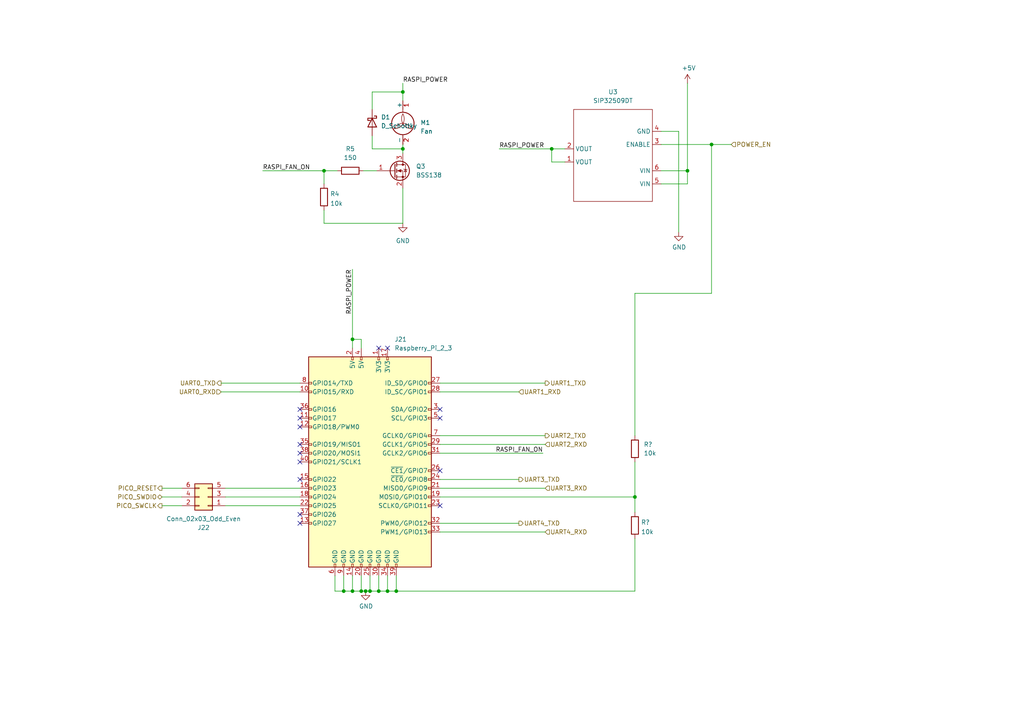
<source format=kicad_sch>
(kicad_sch (version 20211123) (generator eeschema)

  (uuid 3f1ab70d-3263-42b5-9c61-0360188ff2b7)

  (paper "A4")

  (lib_symbols
    (symbol "Connector:Raspberry_Pi_2_3" (pin_names (offset 1.016)) (in_bom yes) (on_board yes)
      (property "Reference" "J" (id 0) (at -17.78 31.75 0)
        (effects (font (size 1.27 1.27)) (justify left bottom))
      )
      (property "Value" "Raspberry_Pi_2_3" (id 1) (at 10.16 -31.75 0)
        (effects (font (size 1.27 1.27)) (justify left top))
      )
      (property "Footprint" "" (id 2) (at 0 0 0)
        (effects (font (size 1.27 1.27)) hide)
      )
      (property "Datasheet" "https://www.raspberrypi.org/documentation/hardware/raspberrypi/schematics/rpi_SCH_3bplus_1p0_reduced.pdf" (id 3) (at 0 0 0)
        (effects (font (size 1.27 1.27)) hide)
      )
      (property "ki_keywords" "raspberrypi gpio" (id 4) (at 0 0 0)
        (effects (font (size 1.27 1.27)) hide)
      )
      (property "ki_description" "expansion header for Raspberry Pi 2 & 3" (id 5) (at 0 0 0)
        (effects (font (size 1.27 1.27)) hide)
      )
      (property "ki_fp_filters" "PinHeader*2x20*P2.54mm*Vertical* PinSocket*2x20*P2.54mm*Vertical*" (id 6) (at 0 0 0)
        (effects (font (size 1.27 1.27)) hide)
      )
      (symbol "Raspberry_Pi_2_3_0_1"
        (rectangle (start -17.78 30.48) (end 17.78 -30.48)
          (stroke (width 0.254) (type default) (color 0 0 0 0))
          (fill (type background))
        )
      )
      (symbol "Raspberry_Pi_2_3_1_1"
        (rectangle (start -16.891 -17.526) (end -17.78 -18.034)
          (stroke (width 0) (type default) (color 0 0 0 0))
          (fill (type none))
        )
        (rectangle (start -16.891 -14.986) (end -17.78 -15.494)
          (stroke (width 0) (type default) (color 0 0 0 0))
          (fill (type none))
        )
        (rectangle (start -16.891 -12.446) (end -17.78 -12.954)
          (stroke (width 0) (type default) (color 0 0 0 0))
          (fill (type none))
        )
        (rectangle (start -16.891 -9.906) (end -17.78 -10.414)
          (stroke (width 0) (type default) (color 0 0 0 0))
          (fill (type none))
        )
        (rectangle (start -16.891 -7.366) (end -17.78 -7.874)
          (stroke (width 0) (type default) (color 0 0 0 0))
          (fill (type none))
        )
        (rectangle (start -16.891 -4.826) (end -17.78 -5.334)
          (stroke (width 0) (type default) (color 0 0 0 0))
          (fill (type none))
        )
        (rectangle (start -16.891 0.254) (end -17.78 -0.254)
          (stroke (width 0) (type default) (color 0 0 0 0))
          (fill (type none))
        )
        (rectangle (start -16.891 2.794) (end -17.78 2.286)
          (stroke (width 0) (type default) (color 0 0 0 0))
          (fill (type none))
        )
        (rectangle (start -16.891 5.334) (end -17.78 4.826)
          (stroke (width 0) (type default) (color 0 0 0 0))
          (fill (type none))
        )
        (rectangle (start -16.891 10.414) (end -17.78 9.906)
          (stroke (width 0) (type default) (color 0 0 0 0))
          (fill (type none))
        )
        (rectangle (start -16.891 12.954) (end -17.78 12.446)
          (stroke (width 0) (type default) (color 0 0 0 0))
          (fill (type none))
        )
        (rectangle (start -16.891 15.494) (end -17.78 14.986)
          (stroke (width 0) (type default) (color 0 0 0 0))
          (fill (type none))
        )
        (rectangle (start -16.891 20.574) (end -17.78 20.066)
          (stroke (width 0) (type default) (color 0 0 0 0))
          (fill (type none))
        )
        (rectangle (start -16.891 23.114) (end -17.78 22.606)
          (stroke (width 0) (type default) (color 0 0 0 0))
          (fill (type none))
        )
        (rectangle (start -10.414 -29.591) (end -9.906 -30.48)
          (stroke (width 0) (type default) (color 0 0 0 0))
          (fill (type none))
        )
        (rectangle (start -7.874 -29.591) (end -7.366 -30.48)
          (stroke (width 0) (type default) (color 0 0 0 0))
          (fill (type none))
        )
        (rectangle (start -5.334 -29.591) (end -4.826 -30.48)
          (stroke (width 0) (type default) (color 0 0 0 0))
          (fill (type none))
        )
        (rectangle (start -5.334 30.48) (end -4.826 29.591)
          (stroke (width 0) (type default) (color 0 0 0 0))
          (fill (type none))
        )
        (rectangle (start -2.794 -29.591) (end -2.286 -30.48)
          (stroke (width 0) (type default) (color 0 0 0 0))
          (fill (type none))
        )
        (rectangle (start -2.794 30.48) (end -2.286 29.591)
          (stroke (width 0) (type default) (color 0 0 0 0))
          (fill (type none))
        )
        (rectangle (start -0.254 -29.591) (end 0.254 -30.48)
          (stroke (width 0) (type default) (color 0 0 0 0))
          (fill (type none))
        )
        (rectangle (start 2.286 -29.591) (end 2.794 -30.48)
          (stroke (width 0) (type default) (color 0 0 0 0))
          (fill (type none))
        )
        (rectangle (start 2.286 30.48) (end 2.794 29.591)
          (stroke (width 0) (type default) (color 0 0 0 0))
          (fill (type none))
        )
        (rectangle (start 4.826 -29.591) (end 5.334 -30.48)
          (stroke (width 0) (type default) (color 0 0 0 0))
          (fill (type none))
        )
        (rectangle (start 4.826 30.48) (end 5.334 29.591)
          (stroke (width 0) (type default) (color 0 0 0 0))
          (fill (type none))
        )
        (rectangle (start 7.366 -29.591) (end 7.874 -30.48)
          (stroke (width 0) (type default) (color 0 0 0 0))
          (fill (type none))
        )
        (rectangle (start 17.78 -20.066) (end 16.891 -20.574)
          (stroke (width 0) (type default) (color 0 0 0 0))
          (fill (type none))
        )
        (rectangle (start 17.78 -17.526) (end 16.891 -18.034)
          (stroke (width 0) (type default) (color 0 0 0 0))
          (fill (type none))
        )
        (rectangle (start 17.78 -12.446) (end 16.891 -12.954)
          (stroke (width 0) (type default) (color 0 0 0 0))
          (fill (type none))
        )
        (rectangle (start 17.78 -9.906) (end 16.891 -10.414)
          (stroke (width 0) (type default) (color 0 0 0 0))
          (fill (type none))
        )
        (rectangle (start 17.78 -7.366) (end 16.891 -7.874)
          (stroke (width 0) (type default) (color 0 0 0 0))
          (fill (type none))
        )
        (rectangle (start 17.78 -4.826) (end 16.891 -5.334)
          (stroke (width 0) (type default) (color 0 0 0 0))
          (fill (type none))
        )
        (rectangle (start 17.78 -2.286) (end 16.891 -2.794)
          (stroke (width 0) (type default) (color 0 0 0 0))
          (fill (type none))
        )
        (rectangle (start 17.78 2.794) (end 16.891 2.286)
          (stroke (width 0) (type default) (color 0 0 0 0))
          (fill (type none))
        )
        (rectangle (start 17.78 5.334) (end 16.891 4.826)
          (stroke (width 0) (type default) (color 0 0 0 0))
          (fill (type none))
        )
        (rectangle (start 17.78 7.874) (end 16.891 7.366)
          (stroke (width 0) (type default) (color 0 0 0 0))
          (fill (type none))
        )
        (rectangle (start 17.78 12.954) (end 16.891 12.446)
          (stroke (width 0) (type default) (color 0 0 0 0))
          (fill (type none))
        )
        (rectangle (start 17.78 15.494) (end 16.891 14.986)
          (stroke (width 0) (type default) (color 0 0 0 0))
          (fill (type none))
        )
        (rectangle (start 17.78 20.574) (end 16.891 20.066)
          (stroke (width 0) (type default) (color 0 0 0 0))
          (fill (type none))
        )
        (rectangle (start 17.78 23.114) (end 16.891 22.606)
          (stroke (width 0) (type default) (color 0 0 0 0))
          (fill (type none))
        )
        (pin power_in line (at 2.54 33.02 270) (length 2.54)
          (name "3V3" (effects (font (size 1.27 1.27))))
          (number "1" (effects (font (size 1.27 1.27))))
        )
        (pin bidirectional line (at -20.32 20.32 0) (length 2.54)
          (name "GPIO15/RXD" (effects (font (size 1.27 1.27))))
          (number "10" (effects (font (size 1.27 1.27))))
        )
        (pin bidirectional line (at -20.32 12.7 0) (length 2.54)
          (name "GPIO17" (effects (font (size 1.27 1.27))))
          (number "11" (effects (font (size 1.27 1.27))))
        )
        (pin bidirectional line (at -20.32 10.16 0) (length 2.54)
          (name "GPIO18/PWM0" (effects (font (size 1.27 1.27))))
          (number "12" (effects (font (size 1.27 1.27))))
        )
        (pin bidirectional line (at -20.32 -17.78 0) (length 2.54)
          (name "GPIO27" (effects (font (size 1.27 1.27))))
          (number "13" (effects (font (size 1.27 1.27))))
        )
        (pin power_in line (at -5.08 -33.02 90) (length 2.54)
          (name "GND" (effects (font (size 1.27 1.27))))
          (number "14" (effects (font (size 1.27 1.27))))
        )
        (pin bidirectional line (at -20.32 -5.08 0) (length 2.54)
          (name "GPIO22" (effects (font (size 1.27 1.27))))
          (number "15" (effects (font (size 1.27 1.27))))
        )
        (pin bidirectional line (at -20.32 -7.62 0) (length 2.54)
          (name "GPIO23" (effects (font (size 1.27 1.27))))
          (number "16" (effects (font (size 1.27 1.27))))
        )
        (pin power_in line (at 5.08 33.02 270) (length 2.54)
          (name "3V3" (effects (font (size 1.27 1.27))))
          (number "17" (effects (font (size 1.27 1.27))))
        )
        (pin bidirectional line (at -20.32 -10.16 0) (length 2.54)
          (name "GPIO24" (effects (font (size 1.27 1.27))))
          (number "18" (effects (font (size 1.27 1.27))))
        )
        (pin bidirectional line (at 20.32 -10.16 180) (length 2.54)
          (name "MOSI0/GPIO10" (effects (font (size 1.27 1.27))))
          (number "19" (effects (font (size 1.27 1.27))))
        )
        (pin power_in line (at -5.08 33.02 270) (length 2.54)
          (name "5V" (effects (font (size 1.27 1.27))))
          (number "2" (effects (font (size 1.27 1.27))))
        )
        (pin power_in line (at -2.54 -33.02 90) (length 2.54)
          (name "GND" (effects (font (size 1.27 1.27))))
          (number "20" (effects (font (size 1.27 1.27))))
        )
        (pin bidirectional line (at 20.32 -7.62 180) (length 2.54)
          (name "MISO0/GPIO9" (effects (font (size 1.27 1.27))))
          (number "21" (effects (font (size 1.27 1.27))))
        )
        (pin bidirectional line (at -20.32 -12.7 0) (length 2.54)
          (name "GPIO25" (effects (font (size 1.27 1.27))))
          (number "22" (effects (font (size 1.27 1.27))))
        )
        (pin bidirectional line (at 20.32 -12.7 180) (length 2.54)
          (name "SCLK0/GPIO11" (effects (font (size 1.27 1.27))))
          (number "23" (effects (font (size 1.27 1.27))))
        )
        (pin bidirectional line (at 20.32 -5.08 180) (length 2.54)
          (name "~{CE0}/GPIO8" (effects (font (size 1.27 1.27))))
          (number "24" (effects (font (size 1.27 1.27))))
        )
        (pin power_in line (at 0 -33.02 90) (length 2.54)
          (name "GND" (effects (font (size 1.27 1.27))))
          (number "25" (effects (font (size 1.27 1.27))))
        )
        (pin bidirectional line (at 20.32 -2.54 180) (length 2.54)
          (name "~{CE1}/GPIO7" (effects (font (size 1.27 1.27))))
          (number "26" (effects (font (size 1.27 1.27))))
        )
        (pin bidirectional line (at 20.32 22.86 180) (length 2.54)
          (name "ID_SD/GPIO0" (effects (font (size 1.27 1.27))))
          (number "27" (effects (font (size 1.27 1.27))))
        )
        (pin bidirectional line (at 20.32 20.32 180) (length 2.54)
          (name "ID_SC/GPIO1" (effects (font (size 1.27 1.27))))
          (number "28" (effects (font (size 1.27 1.27))))
        )
        (pin bidirectional line (at 20.32 5.08 180) (length 2.54)
          (name "GCLK1/GPIO5" (effects (font (size 1.27 1.27))))
          (number "29" (effects (font (size 1.27 1.27))))
        )
        (pin bidirectional line (at 20.32 15.24 180) (length 2.54)
          (name "SDA/GPIO2" (effects (font (size 1.27 1.27))))
          (number "3" (effects (font (size 1.27 1.27))))
        )
        (pin power_in line (at 2.54 -33.02 90) (length 2.54)
          (name "GND" (effects (font (size 1.27 1.27))))
          (number "30" (effects (font (size 1.27 1.27))))
        )
        (pin bidirectional line (at 20.32 2.54 180) (length 2.54)
          (name "GCLK2/GPIO6" (effects (font (size 1.27 1.27))))
          (number "31" (effects (font (size 1.27 1.27))))
        )
        (pin bidirectional line (at 20.32 -17.78 180) (length 2.54)
          (name "PWM0/GPIO12" (effects (font (size 1.27 1.27))))
          (number "32" (effects (font (size 1.27 1.27))))
        )
        (pin bidirectional line (at 20.32 -20.32 180) (length 2.54)
          (name "PWM1/GPIO13" (effects (font (size 1.27 1.27))))
          (number "33" (effects (font (size 1.27 1.27))))
        )
        (pin power_in line (at 5.08 -33.02 90) (length 2.54)
          (name "GND" (effects (font (size 1.27 1.27))))
          (number "34" (effects (font (size 1.27 1.27))))
        )
        (pin bidirectional line (at -20.32 5.08 0) (length 2.54)
          (name "GPIO19/MISO1" (effects (font (size 1.27 1.27))))
          (number "35" (effects (font (size 1.27 1.27))))
        )
        (pin bidirectional line (at -20.32 15.24 0) (length 2.54)
          (name "GPIO16" (effects (font (size 1.27 1.27))))
          (number "36" (effects (font (size 1.27 1.27))))
        )
        (pin bidirectional line (at -20.32 -15.24 0) (length 2.54)
          (name "GPIO26" (effects (font (size 1.27 1.27))))
          (number "37" (effects (font (size 1.27 1.27))))
        )
        (pin bidirectional line (at -20.32 2.54 0) (length 2.54)
          (name "GPIO20/MOSI1" (effects (font (size 1.27 1.27))))
          (number "38" (effects (font (size 1.27 1.27))))
        )
        (pin power_in line (at 7.62 -33.02 90) (length 2.54)
          (name "GND" (effects (font (size 1.27 1.27))))
          (number "39" (effects (font (size 1.27 1.27))))
        )
        (pin power_in line (at -2.54 33.02 270) (length 2.54)
          (name "5V" (effects (font (size 1.27 1.27))))
          (number "4" (effects (font (size 1.27 1.27))))
        )
        (pin bidirectional line (at -20.32 0 0) (length 2.54)
          (name "GPIO21/SCLK1" (effects (font (size 1.27 1.27))))
          (number "40" (effects (font (size 1.27 1.27))))
        )
        (pin bidirectional line (at 20.32 12.7 180) (length 2.54)
          (name "SCL/GPIO3" (effects (font (size 1.27 1.27))))
          (number "5" (effects (font (size 1.27 1.27))))
        )
        (pin power_in line (at -10.16 -33.02 90) (length 2.54)
          (name "GND" (effects (font (size 1.27 1.27))))
          (number "6" (effects (font (size 1.27 1.27))))
        )
        (pin bidirectional line (at 20.32 7.62 180) (length 2.54)
          (name "GCLK0/GPIO4" (effects (font (size 1.27 1.27))))
          (number "7" (effects (font (size 1.27 1.27))))
        )
        (pin bidirectional line (at -20.32 22.86 0) (length 2.54)
          (name "GPIO14/TXD" (effects (font (size 1.27 1.27))))
          (number "8" (effects (font (size 1.27 1.27))))
        )
        (pin power_in line (at -7.62 -33.02 90) (length 2.54)
          (name "GND" (effects (font (size 1.27 1.27))))
          (number "9" (effects (font (size 1.27 1.27))))
        )
      )
    )
    (symbol "Connector_Generic:Conn_02x03_Odd_Even" (pin_names (offset 1.016) hide) (in_bom yes) (on_board yes)
      (property "Reference" "J" (id 0) (at 1.27 5.08 0)
        (effects (font (size 1.27 1.27)))
      )
      (property "Value" "Conn_02x03_Odd_Even" (id 1) (at 1.27 -5.08 0)
        (effects (font (size 1.27 1.27)))
      )
      (property "Footprint" "" (id 2) (at 0 0 0)
        (effects (font (size 1.27 1.27)) hide)
      )
      (property "Datasheet" "~" (id 3) (at 0 0 0)
        (effects (font (size 1.27 1.27)) hide)
      )
      (property "ki_keywords" "connector" (id 4) (at 0 0 0)
        (effects (font (size 1.27 1.27)) hide)
      )
      (property "ki_description" "Generic connector, double row, 02x03, odd/even pin numbering scheme (row 1 odd numbers, row 2 even numbers), script generated (kicad-library-utils/schlib/autogen/connector/)" (id 5) (at 0 0 0)
        (effects (font (size 1.27 1.27)) hide)
      )
      (property "ki_fp_filters" "Connector*:*_2x??_*" (id 6) (at 0 0 0)
        (effects (font (size 1.27 1.27)) hide)
      )
      (symbol "Conn_02x03_Odd_Even_1_1"
        (rectangle (start -1.27 -2.413) (end 0 -2.667)
          (stroke (width 0.1524) (type default) (color 0 0 0 0))
          (fill (type none))
        )
        (rectangle (start -1.27 0.127) (end 0 -0.127)
          (stroke (width 0.1524) (type default) (color 0 0 0 0))
          (fill (type none))
        )
        (rectangle (start -1.27 2.667) (end 0 2.413)
          (stroke (width 0.1524) (type default) (color 0 0 0 0))
          (fill (type none))
        )
        (rectangle (start -1.27 3.81) (end 3.81 -3.81)
          (stroke (width 0.254) (type default) (color 0 0 0 0))
          (fill (type background))
        )
        (rectangle (start 3.81 -2.413) (end 2.54 -2.667)
          (stroke (width 0.1524) (type default) (color 0 0 0 0))
          (fill (type none))
        )
        (rectangle (start 3.81 0.127) (end 2.54 -0.127)
          (stroke (width 0.1524) (type default) (color 0 0 0 0))
          (fill (type none))
        )
        (rectangle (start 3.81 2.667) (end 2.54 2.413)
          (stroke (width 0.1524) (type default) (color 0 0 0 0))
          (fill (type none))
        )
        (pin passive line (at -5.08 2.54 0) (length 3.81)
          (name "Pin_1" (effects (font (size 1.27 1.27))))
          (number "1" (effects (font (size 1.27 1.27))))
        )
        (pin passive line (at 7.62 2.54 180) (length 3.81)
          (name "Pin_2" (effects (font (size 1.27 1.27))))
          (number "2" (effects (font (size 1.27 1.27))))
        )
        (pin passive line (at -5.08 0 0) (length 3.81)
          (name "Pin_3" (effects (font (size 1.27 1.27))))
          (number "3" (effects (font (size 1.27 1.27))))
        )
        (pin passive line (at 7.62 0 180) (length 3.81)
          (name "Pin_4" (effects (font (size 1.27 1.27))))
          (number "4" (effects (font (size 1.27 1.27))))
        )
        (pin passive line (at -5.08 -2.54 0) (length 3.81)
          (name "Pin_5" (effects (font (size 1.27 1.27))))
          (number "5" (effects (font (size 1.27 1.27))))
        )
        (pin passive line (at 7.62 -2.54 180) (length 3.81)
          (name "Pin_6" (effects (font (size 1.27 1.27))))
          (number "6" (effects (font (size 1.27 1.27))))
        )
      )
    )
    (symbol "Device:D_Schottky" (pin_numbers hide) (pin_names (offset 1.016) hide) (in_bom yes) (on_board yes)
      (property "Reference" "D" (id 0) (at 0 2.54 0)
        (effects (font (size 1.27 1.27)))
      )
      (property "Value" "D_Schottky" (id 1) (at 0 -2.54 0)
        (effects (font (size 1.27 1.27)))
      )
      (property "Footprint" "" (id 2) (at 0 0 0)
        (effects (font (size 1.27 1.27)) hide)
      )
      (property "Datasheet" "~" (id 3) (at 0 0 0)
        (effects (font (size 1.27 1.27)) hide)
      )
      (property "ki_keywords" "diode Schottky" (id 4) (at 0 0 0)
        (effects (font (size 1.27 1.27)) hide)
      )
      (property "ki_description" "Schottky diode" (id 5) (at 0 0 0)
        (effects (font (size 1.27 1.27)) hide)
      )
      (property "ki_fp_filters" "TO-???* *_Diode_* *SingleDiode* D_*" (id 6) (at 0 0 0)
        (effects (font (size 1.27 1.27)) hide)
      )
      (symbol "D_Schottky_0_1"
        (polyline
          (pts
            (xy 1.27 0)
            (xy -1.27 0)
          )
          (stroke (width 0) (type default) (color 0 0 0 0))
          (fill (type none))
        )
        (polyline
          (pts
            (xy 1.27 1.27)
            (xy 1.27 -1.27)
            (xy -1.27 0)
            (xy 1.27 1.27)
          )
          (stroke (width 0.254) (type default) (color 0 0 0 0))
          (fill (type none))
        )
        (polyline
          (pts
            (xy -1.905 0.635)
            (xy -1.905 1.27)
            (xy -1.27 1.27)
            (xy -1.27 -1.27)
            (xy -0.635 -1.27)
            (xy -0.635 -0.635)
          )
          (stroke (width 0.254) (type default) (color 0 0 0 0))
          (fill (type none))
        )
      )
      (symbol "D_Schottky_1_1"
        (pin passive line (at -3.81 0 0) (length 2.54)
          (name "K" (effects (font (size 1.27 1.27))))
          (number "1" (effects (font (size 1.27 1.27))))
        )
        (pin passive line (at 3.81 0 180) (length 2.54)
          (name "A" (effects (font (size 1.27 1.27))))
          (number "2" (effects (font (size 1.27 1.27))))
        )
      )
    )
    (symbol "Device:R" (pin_numbers hide) (pin_names (offset 0)) (in_bom yes) (on_board yes)
      (property "Reference" "R" (id 0) (at 2.032 0 90)
        (effects (font (size 1.27 1.27)))
      )
      (property "Value" "R" (id 1) (at 0 0 90)
        (effects (font (size 1.27 1.27)))
      )
      (property "Footprint" "" (id 2) (at -1.778 0 90)
        (effects (font (size 1.27 1.27)) hide)
      )
      (property "Datasheet" "~" (id 3) (at 0 0 0)
        (effects (font (size 1.27 1.27)) hide)
      )
      (property "ki_keywords" "R res resistor" (id 4) (at 0 0 0)
        (effects (font (size 1.27 1.27)) hide)
      )
      (property "ki_description" "Resistor" (id 5) (at 0 0 0)
        (effects (font (size 1.27 1.27)) hide)
      )
      (property "ki_fp_filters" "R_*" (id 6) (at 0 0 0)
        (effects (font (size 1.27 1.27)) hide)
      )
      (symbol "R_0_1"
        (rectangle (start -1.016 -2.54) (end 1.016 2.54)
          (stroke (width 0.254) (type default) (color 0 0 0 0))
          (fill (type none))
        )
      )
      (symbol "R_1_1"
        (pin passive line (at 0 3.81 270) (length 1.27)
          (name "~" (effects (font (size 1.27 1.27))))
          (number "1" (effects (font (size 1.27 1.27))))
        )
        (pin passive line (at 0 -3.81 90) (length 1.27)
          (name "~" (effects (font (size 1.27 1.27))))
          (number "2" (effects (font (size 1.27 1.27))))
        )
      )
    )
    (symbol "Motor:Fan" (pin_names (offset 0)) (in_bom yes) (on_board yes)
      (property "Reference" "M" (id 0) (at 2.54 5.08 0)
        (effects (font (size 1.27 1.27)) (justify left))
      )
      (property "Value" "Fan" (id 1) (at 2.54 -2.54 0)
        (effects (font (size 1.27 1.27)) (justify left top))
      )
      (property "Footprint" "" (id 2) (at 0 0.254 0)
        (effects (font (size 1.27 1.27)) hide)
      )
      (property "Datasheet" "~" (id 3) (at 0 0.254 0)
        (effects (font (size 1.27 1.27)) hide)
      )
      (property "ki_keywords" "Fan Motor" (id 4) (at 0 0 0)
        (effects (font (size 1.27 1.27)) hide)
      )
      (property "ki_description" "Fan" (id 5) (at 0 0 0)
        (effects (font (size 1.27 1.27)) hide)
      )
      (property "ki_fp_filters" "PinHeader*P2.54mm* TerminalBlock*" (id 6) (at 0 0 0)
        (effects (font (size 1.27 1.27)) hide)
      )
      (symbol "Fan_0_1"
        (arc (start -2.54 -0.508) (mid -0.0014 0.9048) (end 0 3.81)
          (stroke (width 0) (type default) (color 0 0 0 0))
          (fill (type none))
        )
        (polyline
          (pts
            (xy 0 -5.08)
            (xy 0 -4.572)
          )
          (stroke (width 0) (type default) (color 0 0 0 0))
          (fill (type none))
        )
        (polyline
          (pts
            (xy 0 -2.2352)
            (xy 0 -2.6416)
          )
          (stroke (width 0) (type default) (color 0 0 0 0))
          (fill (type none))
        )
        (polyline
          (pts
            (xy 0 4.2672)
            (xy 0 4.6228)
          )
          (stroke (width 0) (type default) (color 0 0 0 0))
          (fill (type none))
        )
        (polyline
          (pts
            (xy 0 4.572)
            (xy 0 5.08)
          )
          (stroke (width 0) (type default) (color 0 0 0 0))
          (fill (type none))
        )
        (circle (center 0 1.016) (radius 3.2512)
          (stroke (width 0.254) (type default) (color 0 0 0 0))
          (fill (type none))
        )
        (arc (start 0 3.81) (mid 0.0468 0.9315) (end 2.54 -0.508)
          (stroke (width 0) (type default) (color 0 0 0 0))
          (fill (type none))
        )
        (arc (start 2.54 -0.508) (mid 0 1.0618) (end -2.54 -0.508)
          (stroke (width 0) (type default) (color 0 0 0 0))
          (fill (type none))
        )
      )
      (symbol "Fan_1_1"
        (pin passive line (at 0 7.62 270) (length 2.54)
          (name "+" (effects (font (size 1.27 1.27))))
          (number "1" (effects (font (size 1.27 1.27))))
        )
        (pin passive line (at 0 -5.08 90) (length 2.54)
          (name "-" (effects (font (size 1.27 1.27))))
          (number "2" (effects (font (size 1.27 1.27))))
        )
      )
    )
    (symbol "OpenMowerMainboardLib:SIP32509DT" (in_bom yes) (on_board yes)
      (property "Reference" "U" (id 0) (at 0 0 0)
        (effects (font (size 1.27 1.27)))
      )
      (property "Value" "SIP32509DT" (id 1) (at 0 0 0)
        (effects (font (size 1.27 1.27)))
      )
      (property "Footprint" "" (id 2) (at 0 0 0)
        (effects (font (size 1.27 1.27)) hide)
      )
      (property "Datasheet" "" (id 3) (at 0 0 0)
        (effects (font (size 1.27 1.27)) hide)
      )
      (symbol "SIP32509DT_0_1"
        (rectangle (start -22.86 40.64) (end 0 13.97)
          (stroke (width 0) (type default) (color 0 0 0 0))
          (fill (type none))
        )
      )
      (symbol "SIP32509DT_1_1"
        (pin power_out line (at 2.54 29.21 180) (length 2.54)
          (name "VOUT" (effects (font (size 1.27 1.27))))
          (number "1" (effects (font (size 1.27 1.27))))
        )
        (pin power_out line (at 2.54 25.4 180) (length 2.54)
          (name "VOUT" (effects (font (size 1.27 1.27))))
          (number "2" (effects (font (size 1.27 1.27))))
        )
        (pin input line (at -25.4 24.13 0) (length 2.54)
          (name "ENABLE" (effects (font (size 1.27 1.27))))
          (number "3" (effects (font (size 1.27 1.27))))
        )
        (pin input line (at -25.4 20.32 0) (length 2.54)
          (name "GND" (effects (font (size 1.27 1.27))))
          (number "4" (effects (font (size 1.27 1.27))))
        )
        (pin power_in line (at -25.4 35.56 0) (length 2.54)
          (name "VIN" (effects (font (size 1.27 1.27))))
          (number "5" (effects (font (size 1.27 1.27))))
        )
        (pin power_in line (at -25.4 31.75 0) (length 2.54)
          (name "VIN" (effects (font (size 1.27 1.27))))
          (number "6" (effects (font (size 1.27 1.27))))
        )
      )
    )
    (symbol "Transistor_FET:BSS138" (pin_names hide) (in_bom yes) (on_board yes)
      (property "Reference" "Q" (id 0) (at 5.08 1.905 0)
        (effects (font (size 1.27 1.27)) (justify left))
      )
      (property "Value" "BSS138" (id 1) (at 5.08 0 0)
        (effects (font (size 1.27 1.27)) (justify left))
      )
      (property "Footprint" "Package_TO_SOT_SMD:SOT-23" (id 2) (at 5.08 -1.905 0)
        (effects (font (size 1.27 1.27) italic) (justify left) hide)
      )
      (property "Datasheet" "https://www.onsemi.com/pub/Collateral/BSS138-D.PDF" (id 3) (at 0 0 0)
        (effects (font (size 1.27 1.27)) (justify left) hide)
      )
      (property "ki_keywords" "N-Channel MOSFET" (id 4) (at 0 0 0)
        (effects (font (size 1.27 1.27)) hide)
      )
      (property "ki_description" "50V Vds, 0.22A Id, N-Channel MOSFET, SOT-23" (id 5) (at 0 0 0)
        (effects (font (size 1.27 1.27)) hide)
      )
      (property "ki_fp_filters" "SOT?23*" (id 6) (at 0 0 0)
        (effects (font (size 1.27 1.27)) hide)
      )
      (symbol "BSS138_0_1"
        (polyline
          (pts
            (xy 0.254 0)
            (xy -2.54 0)
          )
          (stroke (width 0) (type default) (color 0 0 0 0))
          (fill (type none))
        )
        (polyline
          (pts
            (xy 0.254 1.905)
            (xy 0.254 -1.905)
          )
          (stroke (width 0.254) (type default) (color 0 0 0 0))
          (fill (type none))
        )
        (polyline
          (pts
            (xy 0.762 -1.27)
            (xy 0.762 -2.286)
          )
          (stroke (width 0.254) (type default) (color 0 0 0 0))
          (fill (type none))
        )
        (polyline
          (pts
            (xy 0.762 0.508)
            (xy 0.762 -0.508)
          )
          (stroke (width 0.254) (type default) (color 0 0 0 0))
          (fill (type none))
        )
        (polyline
          (pts
            (xy 0.762 2.286)
            (xy 0.762 1.27)
          )
          (stroke (width 0.254) (type default) (color 0 0 0 0))
          (fill (type none))
        )
        (polyline
          (pts
            (xy 2.54 2.54)
            (xy 2.54 1.778)
          )
          (stroke (width 0) (type default) (color 0 0 0 0))
          (fill (type none))
        )
        (polyline
          (pts
            (xy 2.54 -2.54)
            (xy 2.54 0)
            (xy 0.762 0)
          )
          (stroke (width 0) (type default) (color 0 0 0 0))
          (fill (type none))
        )
        (polyline
          (pts
            (xy 0.762 -1.778)
            (xy 3.302 -1.778)
            (xy 3.302 1.778)
            (xy 0.762 1.778)
          )
          (stroke (width 0) (type default) (color 0 0 0 0))
          (fill (type none))
        )
        (polyline
          (pts
            (xy 1.016 0)
            (xy 2.032 0.381)
            (xy 2.032 -0.381)
            (xy 1.016 0)
          )
          (stroke (width 0) (type default) (color 0 0 0 0))
          (fill (type outline))
        )
        (polyline
          (pts
            (xy 2.794 0.508)
            (xy 2.921 0.381)
            (xy 3.683 0.381)
            (xy 3.81 0.254)
          )
          (stroke (width 0) (type default) (color 0 0 0 0))
          (fill (type none))
        )
        (polyline
          (pts
            (xy 3.302 0.381)
            (xy 2.921 -0.254)
            (xy 3.683 -0.254)
            (xy 3.302 0.381)
          )
          (stroke (width 0) (type default) (color 0 0 0 0))
          (fill (type none))
        )
        (circle (center 1.651 0) (radius 2.794)
          (stroke (width 0.254) (type default) (color 0 0 0 0))
          (fill (type none))
        )
        (circle (center 2.54 -1.778) (radius 0.254)
          (stroke (width 0) (type default) (color 0 0 0 0))
          (fill (type outline))
        )
        (circle (center 2.54 1.778) (radius 0.254)
          (stroke (width 0) (type default) (color 0 0 0 0))
          (fill (type outline))
        )
      )
      (symbol "BSS138_1_1"
        (pin input line (at -5.08 0 0) (length 2.54)
          (name "G" (effects (font (size 1.27 1.27))))
          (number "1" (effects (font (size 1.27 1.27))))
        )
        (pin passive line (at 2.54 -5.08 90) (length 2.54)
          (name "S" (effects (font (size 1.27 1.27))))
          (number "2" (effects (font (size 1.27 1.27))))
        )
        (pin passive line (at 2.54 5.08 270) (length 2.54)
          (name "D" (effects (font (size 1.27 1.27))))
          (number "3" (effects (font (size 1.27 1.27))))
        )
      )
    )
    (symbol "power:+5V" (power) (pin_names (offset 0)) (in_bom yes) (on_board yes)
      (property "Reference" "#PWR" (id 0) (at 0 -3.81 0)
        (effects (font (size 1.27 1.27)) hide)
      )
      (property "Value" "+5V" (id 1) (at 0 3.556 0)
        (effects (font (size 1.27 1.27)))
      )
      (property "Footprint" "" (id 2) (at 0 0 0)
        (effects (font (size 1.27 1.27)) hide)
      )
      (property "Datasheet" "" (id 3) (at 0 0 0)
        (effects (font (size 1.27 1.27)) hide)
      )
      (property "ki_keywords" "power-flag" (id 4) (at 0 0 0)
        (effects (font (size 1.27 1.27)) hide)
      )
      (property "ki_description" "Power symbol creates a global label with name \"+5V\"" (id 5) (at 0 0 0)
        (effects (font (size 1.27 1.27)) hide)
      )
      (symbol "+5V_0_1"
        (polyline
          (pts
            (xy -0.762 1.27)
            (xy 0 2.54)
          )
          (stroke (width 0) (type default) (color 0 0 0 0))
          (fill (type none))
        )
        (polyline
          (pts
            (xy 0 0)
            (xy 0 2.54)
          )
          (stroke (width 0) (type default) (color 0 0 0 0))
          (fill (type none))
        )
        (polyline
          (pts
            (xy 0 2.54)
            (xy 0.762 1.27)
          )
          (stroke (width 0) (type default) (color 0 0 0 0))
          (fill (type none))
        )
      )
      (symbol "+5V_1_1"
        (pin power_in line (at 0 0 90) (length 0) hide
          (name "+5V" (effects (font (size 1.27 1.27))))
          (number "1" (effects (font (size 1.27 1.27))))
        )
      )
    )
    (symbol "power:GND" (power) (pin_names (offset 0)) (in_bom yes) (on_board yes)
      (property "Reference" "#PWR" (id 0) (at 0 -6.35 0)
        (effects (font (size 1.27 1.27)) hide)
      )
      (property "Value" "GND" (id 1) (at 0 -3.81 0)
        (effects (font (size 1.27 1.27)))
      )
      (property "Footprint" "" (id 2) (at 0 0 0)
        (effects (font (size 1.27 1.27)) hide)
      )
      (property "Datasheet" "" (id 3) (at 0 0 0)
        (effects (font (size 1.27 1.27)) hide)
      )
      (property "ki_keywords" "power-flag" (id 4) (at 0 0 0)
        (effects (font (size 1.27 1.27)) hide)
      )
      (property "ki_description" "Power symbol creates a global label with name \"GND\" , ground" (id 5) (at 0 0 0)
        (effects (font (size 1.27 1.27)) hide)
      )
      (symbol "GND_0_1"
        (polyline
          (pts
            (xy 0 0)
            (xy 0 -1.27)
            (xy 1.27 -1.27)
            (xy 0 -2.54)
            (xy -1.27 -1.27)
            (xy 0 -1.27)
          )
          (stroke (width 0) (type default) (color 0 0 0 0))
          (fill (type none))
        )
      )
      (symbol "GND_1_1"
        (pin power_in line (at 0 0 270) (length 0) hide
          (name "GND" (effects (font (size 1.27 1.27))))
          (number "1" (effects (font (size 1.27 1.27))))
        )
      )
    )
  )

  (junction (at 93.98 49.53) (diameter 0) (color 0 0 0 0)
    (uuid 35bb30cb-9134-4cde-9cf2-4012be009511)
  )
  (junction (at 199.39 49.53) (diameter 0) (color 0 0 0 0)
    (uuid 4d13e008-e257-4a47-b5c8-5b3c84277f01)
  )
  (junction (at 160.02 43.18) (diameter 0) (color 0 0 0 0)
    (uuid 5427ddc0-d96f-43bd-a5d9-b8b11c7e0a97)
  )
  (junction (at 99.695 171.45) (diameter 0) (color 0 0 0 0)
    (uuid 5914ba72-a4fc-4ffe-b7db-5824af90b542)
  )
  (junction (at 106.045 171.45) (diameter 0) (color 0 0 0 0)
    (uuid 5b2b78a7-4bf7-4fc2-9bea-844905384ad8)
  )
  (junction (at 102.235 98.425) (diameter 0) (color 0 0 0 0)
    (uuid 6ddcd429-3581-4ce6-9778-aac6d3ffa9f6)
  )
  (junction (at 116.84 26.67) (diameter 0) (color 0 0 0 0)
    (uuid 70d74511-b548-4f73-8ce3-8c852f97189b)
  )
  (junction (at 107.315 171.45) (diameter 0) (color 0 0 0 0)
    (uuid 7d5a1e71-d222-44ed-8159-0addb7c0e3ec)
  )
  (junction (at 114.935 171.45) (diameter 0) (color 0 0 0 0)
    (uuid 8a1bbd9a-5506-4623-92a7-d9a97859e652)
  )
  (junction (at 109.855 171.45) (diameter 0) (color 0 0 0 0)
    (uuid 8b782a66-190c-49cf-a882-a45094185fb4)
  )
  (junction (at 104.775 171.45) (diameter 0) (color 0 0 0 0)
    (uuid 986a1323-e258-4019-b480-694fe17839da)
  )
  (junction (at 116.84 43.18) (diameter 0) (color 0 0 0 0)
    (uuid 9aa0e263-f06e-449f-a4e8-4f26edbf189f)
  )
  (junction (at 102.235 171.45) (diameter 0) (color 0 0 0 0)
    (uuid ac088fa0-3d5c-4488-a99f-fad8e636f79f)
  )
  (junction (at 184.15 144.145) (diameter 0) (color 0 0 0 0)
    (uuid b046b185-abf9-485c-895b-ab1b7f5f98e7)
  )
  (junction (at 112.395 171.45) (diameter 0) (color 0 0 0 0)
    (uuid d9615d32-476b-4158-ad68-b31510132c27)
  )
  (junction (at 206.375 41.91) (diameter 0) (color 0 0 0 0)
    (uuid edc57d92-034b-4b49-ac31-a5fb0d2af53b)
  )

  (no_connect (at 127.635 121.285) (uuid 5dfa32e0-504a-496a-83d2-eacbf0e17bc1))
  (no_connect (at 127.635 118.745) (uuid 5dfa32e0-504a-496a-83d2-eacbf0e17bc2))
  (no_connect (at 112.395 100.965) (uuid 5dfa32e0-504a-496a-83d2-eacbf0e17bc3))
  (no_connect (at 109.855 100.965) (uuid 5dfa32e0-504a-496a-83d2-eacbf0e17bc4))
  (no_connect (at 86.995 128.905) (uuid 6782dbcd-4c65-4a56-a737-966b98888697))
  (no_connect (at 86.995 133.985) (uuid 6782dbcd-4c65-4a56-a737-966b98888698))
  (no_connect (at 86.995 131.445) (uuid 6782dbcd-4c65-4a56-a737-966b98888699))
  (no_connect (at 86.995 123.825) (uuid 6782dbcd-4c65-4a56-a737-966b9888869a))
  (no_connect (at 86.995 149.225) (uuid 6782dbcd-4c65-4a56-a737-966b9888869b))
  (no_connect (at 86.995 139.065) (uuid 6782dbcd-4c65-4a56-a737-966b9888869c))
  (no_connect (at 86.995 151.765) (uuid 6782dbcd-4c65-4a56-a737-966b9888869d))
  (no_connect (at 86.995 118.745) (uuid 6782dbcd-4c65-4a56-a737-966b9888869e))
  (no_connect (at 86.995 121.285) (uuid 6782dbcd-4c65-4a56-a737-966b9888869f))
  (no_connect (at 127.635 146.685) (uuid 6782dbcd-4c65-4a56-a737-966b988886a0))
  (no_connect (at 127.635 136.525) (uuid 6782dbcd-4c65-4a56-a737-966b988886a1))

  (wire (pts (xy 158.115 111.125) (xy 127.635 111.125))
    (stroke (width 0) (type default) (color 0 0 0 0))
    (uuid 01a2f54f-f73c-43e6-84a6-a1c15c84e72d)
  )
  (wire (pts (xy 99.695 167.005) (xy 99.695 171.45))
    (stroke (width 0) (type default) (color 0 0 0 0))
    (uuid 0935d763-bc3a-45a6-b121-4eed546490d7)
  )
  (wire (pts (xy 196.85 38.1) (xy 196.85 67.31))
    (stroke (width 0) (type default) (color 0 0 0 0))
    (uuid 10ab211c-e5de-47cb-8ae1-937b01f755e9)
  )
  (wire (pts (xy 116.84 24.13) (xy 116.84 26.67))
    (stroke (width 0) (type default) (color 0 0 0 0))
    (uuid 114a2327-4bca-4f82-aff8-aa6199690d2d)
  )
  (wire (pts (xy 97.155 167.005) (xy 97.155 171.45))
    (stroke (width 0) (type default) (color 0 0 0 0))
    (uuid 143f468b-e3f4-49df-b26f-9f90fe8a56f7)
  )
  (wire (pts (xy 127.635 144.145) (xy 184.15 144.145))
    (stroke (width 0) (type default) (color 0 0 0 0))
    (uuid 1ce73935-b055-4038-930b-fda19e85fa4f)
  )
  (wire (pts (xy 46.99 141.605) (xy 52.705 141.605))
    (stroke (width 0) (type default) (color 0 0 0 0))
    (uuid 1eac2a12-ee06-4203-853c-b77f1586e866)
  )
  (wire (pts (xy 144.78 43.18) (xy 160.02 43.18))
    (stroke (width 0) (type default) (color 0 0 0 0))
    (uuid 1f62391d-edad-497c-b927-6f2bee6a0668)
  )
  (wire (pts (xy 105.41 49.53) (xy 109.22 49.53))
    (stroke (width 0) (type default) (color 0 0 0 0))
    (uuid 2097d4ea-9852-4036-bbb1-07774435eded)
  )
  (wire (pts (xy 199.39 53.34) (xy 199.39 49.53))
    (stroke (width 0) (type default) (color 0 0 0 0))
    (uuid 2374e12a-9a61-4994-9f68-31bb9503c1e7)
  )
  (wire (pts (xy 46.99 146.685) (xy 52.705 146.685))
    (stroke (width 0) (type default) (color 0 0 0 0))
    (uuid 28d2a2b5-3a14-4cb1-a575-65c803ba9bd9)
  )
  (wire (pts (xy 158.115 141.605) (xy 127.635 141.605))
    (stroke (width 0) (type default) (color 0 0 0 0))
    (uuid 300023b4-357b-47ea-ba34-4b656858cf61)
  )
  (wire (pts (xy 102.235 167.005) (xy 102.235 171.45))
    (stroke (width 0) (type default) (color 0 0 0 0))
    (uuid 31b9a8e9-abe9-47f8-9d35-44bdd55aa2f7)
  )
  (wire (pts (xy 127.635 139.065) (xy 150.495 139.065))
    (stroke (width 0) (type default) (color 0 0 0 0))
    (uuid 328a0e0f-0e78-4824-84c6-6b8ec6546037)
  )
  (wire (pts (xy 102.235 100.965) (xy 102.235 98.425))
    (stroke (width 0) (type default) (color 0 0 0 0))
    (uuid 36f0e3ee-aa5b-4050-9c50-6dd84d2b3b50)
  )
  (wire (pts (xy 107.95 26.67) (xy 116.84 26.67))
    (stroke (width 0) (type default) (color 0 0 0 0))
    (uuid 3c93ed34-4e3f-48a8-bb33-950e1a5d3ba1)
  )
  (wire (pts (xy 76.2 49.53) (xy 93.98 49.53))
    (stroke (width 0) (type default) (color 0 0 0 0))
    (uuid 3f9e0d73-f43f-47dc-acdd-5e4ce8823472)
  )
  (wire (pts (xy 112.395 167.005) (xy 112.395 171.45))
    (stroke (width 0) (type default) (color 0 0 0 0))
    (uuid 3fd52d3a-980c-4577-a498-414618f40ba8)
  )
  (wire (pts (xy 107.95 39.37) (xy 107.95 43.18))
    (stroke (width 0) (type default) (color 0 0 0 0))
    (uuid 44645d94-1802-47c3-8320-10f601d91b65)
  )
  (wire (pts (xy 191.77 38.1) (xy 196.85 38.1))
    (stroke (width 0) (type default) (color 0 0 0 0))
    (uuid 4628b1a3-f9ad-4847-bc9f-abe0fd6e3951)
  )
  (wire (pts (xy 65.405 144.145) (xy 86.995 144.145))
    (stroke (width 0) (type default) (color 0 0 0 0))
    (uuid 46a38520-e470-44e1-95ce-fa0b324dbd93)
  )
  (wire (pts (xy 46.99 144.145) (xy 52.705 144.145))
    (stroke (width 0) (type default) (color 0 0 0 0))
    (uuid 46ec1e1f-d0de-4ad4-a7ca-592876afc2db)
  )
  (wire (pts (xy 114.935 171.45) (xy 114.935 167.005))
    (stroke (width 0) (type default) (color 0 0 0 0))
    (uuid 47975bc1-f7a5-4d71-828b-5dec035438cf)
  )
  (wire (pts (xy 184.15 85.09) (xy 184.15 126.365))
    (stroke (width 0) (type default) (color 0 0 0 0))
    (uuid 4a5dbbcd-d4bc-428b-8a92-ca85144088c9)
  )
  (wire (pts (xy 191.77 41.91) (xy 206.375 41.91))
    (stroke (width 0) (type default) (color 0 0 0 0))
    (uuid 4f3d750d-ab24-4467-bf98-0c708b6ede9d)
  )
  (wire (pts (xy 184.15 85.09) (xy 206.375 85.09))
    (stroke (width 0) (type default) (color 0 0 0 0))
    (uuid 52ec8b76-9d1a-4183-bd6e-a535fa00310c)
  )
  (wire (pts (xy 102.235 98.425) (xy 102.235 78.105))
    (stroke (width 0) (type default) (color 0 0 0 0))
    (uuid 53c296f9-f07a-4469-8c7e-48e8f3f636df)
  )
  (wire (pts (xy 64.135 113.665) (xy 86.995 113.665))
    (stroke (width 0) (type default) (color 0 0 0 0))
    (uuid 5ead3c1b-d855-49ea-9382-39ea090802d1)
  )
  (wire (pts (xy 93.98 49.53) (xy 97.79 49.53))
    (stroke (width 0) (type default) (color 0 0 0 0))
    (uuid 611332a4-b350-4c85-842e-f922c9836083)
  )
  (wire (pts (xy 99.695 171.45) (xy 102.235 171.45))
    (stroke (width 0) (type default) (color 0 0 0 0))
    (uuid 663935a5-d371-458b-a578-46207802a315)
  )
  (wire (pts (xy 109.855 167.005) (xy 109.855 171.45))
    (stroke (width 0) (type default) (color 0 0 0 0))
    (uuid 664e5b51-a428-4378-a3b9-148d5b3c693f)
  )
  (wire (pts (xy 107.315 167.005) (xy 107.315 171.45))
    (stroke (width 0) (type default) (color 0 0 0 0))
    (uuid 6b8a691c-ee1e-42a1-8014-f9e281f946d3)
  )
  (wire (pts (xy 191.77 49.53) (xy 199.39 49.53))
    (stroke (width 0) (type default) (color 0 0 0 0))
    (uuid 6d36f2b1-3246-46a1-807d-96032d8e1520)
  )
  (wire (pts (xy 160.02 43.18) (xy 160.02 46.99))
    (stroke (width 0) (type default) (color 0 0 0 0))
    (uuid 832f3db6-73bf-4801-8316-15d570ef120b)
  )
  (wire (pts (xy 112.395 171.45) (xy 114.935 171.45))
    (stroke (width 0) (type default) (color 0 0 0 0))
    (uuid 86c49b00-99a8-4942-8cb0-3e0d1dc6b2cb)
  )
  (wire (pts (xy 127.635 151.765) (xy 150.495 151.765))
    (stroke (width 0) (type default) (color 0 0 0 0))
    (uuid 8dd1c5aa-560d-482f-83a6-7d4f4a2bed46)
  )
  (wire (pts (xy 157.48 131.445) (xy 127.635 131.445))
    (stroke (width 0) (type default) (color 0 0 0 0))
    (uuid 906e4e5d-ce49-44cf-8646-0c5b5a36b8f7)
  )
  (wire (pts (xy 65.405 146.685) (xy 86.995 146.685))
    (stroke (width 0) (type default) (color 0 0 0 0))
    (uuid 92f177f5-fe77-4246-ab70-f42293f3aaab)
  )
  (wire (pts (xy 102.235 98.425) (xy 104.775 98.425))
    (stroke (width 0) (type default) (color 0 0 0 0))
    (uuid 931b291f-3e76-459c-ac85-d0277f743e93)
  )
  (wire (pts (xy 65.405 141.605) (xy 86.995 141.605))
    (stroke (width 0) (type default) (color 0 0 0 0))
    (uuid 93a291ff-b4f5-47f6-8bbe-1414f52b4524)
  )
  (wire (pts (xy 184.15 156.21) (xy 184.15 171.45))
    (stroke (width 0) (type default) (color 0 0 0 0))
    (uuid 96c0baa6-1230-465a-a805-8781fecab2ca)
  )
  (wire (pts (xy 104.775 100.965) (xy 104.775 98.425))
    (stroke (width 0) (type default) (color 0 0 0 0))
    (uuid 99cfaa01-08b9-4598-be0a-9610fa286430)
  )
  (wire (pts (xy 160.02 43.18) (xy 163.83 43.18))
    (stroke (width 0) (type default) (color 0 0 0 0))
    (uuid 9aa1601d-a7ac-466b-9369-3b246eead236)
  )
  (wire (pts (xy 116.84 26.67) (xy 116.84 29.21))
    (stroke (width 0) (type default) (color 0 0 0 0))
    (uuid 9aeda43f-dd7f-4ce7-bb87-9113592a26cd)
  )
  (wire (pts (xy 158.115 126.365) (xy 127.635 126.365))
    (stroke (width 0) (type default) (color 0 0 0 0))
    (uuid 9b4733ab-205b-409d-acef-f7bc8fe5f88f)
  )
  (wire (pts (xy 93.98 53.34) (xy 93.98 49.53))
    (stroke (width 0) (type default) (color 0 0 0 0))
    (uuid 9b6c509d-48d6-4a0c-84b8-d736af0e4f7c)
  )
  (wire (pts (xy 206.375 41.91) (xy 212.09 41.91))
    (stroke (width 0) (type default) (color 0 0 0 0))
    (uuid 9e5c210f-f791-465a-b44a-cd3b3ff71ff7)
  )
  (wire (pts (xy 93.98 60.96) (xy 93.98 64.77))
    (stroke (width 0) (type default) (color 0 0 0 0))
    (uuid a8c64eed-af33-4598-ab50-28bf2eac02b0)
  )
  (wire (pts (xy 116.84 41.91) (xy 116.84 43.18))
    (stroke (width 0) (type default) (color 0 0 0 0))
    (uuid ad167739-405a-4ffc-bfd5-2a89de0484ad)
  )
  (wire (pts (xy 107.315 171.45) (xy 109.855 171.45))
    (stroke (width 0) (type default) (color 0 0 0 0))
    (uuid ad7db84c-694f-4c2c-bda1-12bc74429707)
  )
  (wire (pts (xy 158.115 154.305) (xy 127.635 154.305))
    (stroke (width 0) (type default) (color 0 0 0 0))
    (uuid b298cbd3-978c-45ec-b603-b77150df68a3)
  )
  (wire (pts (xy 199.39 24.13) (xy 199.39 49.53))
    (stroke (width 0) (type default) (color 0 0 0 0))
    (uuid bbf1ed1a-094b-4d0d-bb3e-d269bff43ed8)
  )
  (wire (pts (xy 106.045 171.45) (xy 107.315 171.45))
    (stroke (width 0) (type default) (color 0 0 0 0))
    (uuid bef86341-c773-4869-a9c5-1f6a5a7c41ea)
  )
  (wire (pts (xy 86.995 111.125) (xy 64.135 111.125))
    (stroke (width 0) (type default) (color 0 0 0 0))
    (uuid bf9f4b2c-a762-4e70-ba56-1f987ba70307)
  )
  (wire (pts (xy 160.02 46.99) (xy 163.83 46.99))
    (stroke (width 0) (type default) (color 0 0 0 0))
    (uuid c29be5d3-fca8-4052-af61-ad442609abbc)
  )
  (wire (pts (xy 191.77 53.34) (xy 199.39 53.34))
    (stroke (width 0) (type default) (color 0 0 0 0))
    (uuid c6537c7f-9ea7-43da-9d40-895b8ab00ce0)
  )
  (wire (pts (xy 104.775 167.005) (xy 104.775 171.45))
    (stroke (width 0) (type default) (color 0 0 0 0))
    (uuid c66a46b4-288b-4451-82af-51d40e445a08)
  )
  (wire (pts (xy 107.95 31.75) (xy 107.95 26.67))
    (stroke (width 0) (type default) (color 0 0 0 0))
    (uuid cc118b2d-f9a2-41b6-b727-dd2b180704b2)
  )
  (wire (pts (xy 104.775 171.45) (xy 106.045 171.45))
    (stroke (width 0) (type default) (color 0 0 0 0))
    (uuid cd527704-141e-4b1e-9bf7-b18fd3054fb3)
  )
  (wire (pts (xy 116.84 64.77) (xy 116.84 54.61))
    (stroke (width 0) (type default) (color 0 0 0 0))
    (uuid ce4ff177-9ccb-487f-90de-c7e9abe757d5)
  )
  (wire (pts (xy 127.635 113.665) (xy 150.495 113.665))
    (stroke (width 0) (type default) (color 0 0 0 0))
    (uuid d1246967-d3bc-49f1-8fa4-2a76617a689c)
  )
  (wire (pts (xy 109.855 171.45) (xy 112.395 171.45))
    (stroke (width 0) (type default) (color 0 0 0 0))
    (uuid d28892f4-4718-4408-b8eb-8d372bad9e49)
  )
  (wire (pts (xy 102.235 171.45) (xy 104.775 171.45))
    (stroke (width 0) (type default) (color 0 0 0 0))
    (uuid d5536445-209a-4ac6-bb74-36445d8629df)
  )
  (wire (pts (xy 93.98 64.77) (xy 116.84 64.77))
    (stroke (width 0) (type default) (color 0 0 0 0))
    (uuid d6639a81-9a32-41e6-80f7-c14483ae5795)
  )
  (wire (pts (xy 116.84 43.18) (xy 116.84 44.45))
    (stroke (width 0) (type default) (color 0 0 0 0))
    (uuid d8bdfe45-be3b-4542-89f6-f88bde667dce)
  )
  (wire (pts (xy 107.95 43.18) (xy 116.84 43.18))
    (stroke (width 0) (type default) (color 0 0 0 0))
    (uuid dd5afb89-b8d6-4695-b45b-6cf4e571d2e3)
  )
  (wire (pts (xy 206.375 85.09) (xy 206.375 41.91))
    (stroke (width 0) (type default) (color 0 0 0 0))
    (uuid e28bb8b4-f300-420a-ab0d-75c5d51f8993)
  )
  (wire (pts (xy 184.15 171.45) (xy 114.935 171.45))
    (stroke (width 0) (type default) (color 0 0 0 0))
    (uuid e8a126ad-f6fd-4fa0-a3d8-4d4a8525dc37)
  )
  (wire (pts (xy 158.115 128.905) (xy 127.635 128.905))
    (stroke (width 0) (type default) (color 0 0 0 0))
    (uuid ef03b20e-e8f6-49df-bf77-a14583ee95e4)
  )
  (wire (pts (xy 184.15 144.145) (xy 184.15 148.59))
    (stroke (width 0) (type default) (color 0 0 0 0))
    (uuid f1c83efc-60e0-482a-a3b2-1f3666b93f9b)
  )
  (wire (pts (xy 97.155 171.45) (xy 99.695 171.45))
    (stroke (width 0) (type default) (color 0 0 0 0))
    (uuid f715e63c-f2d1-462b-9699-ca6d66f81098)
  )
  (wire (pts (xy 184.15 133.985) (xy 184.15 144.145))
    (stroke (width 0) (type default) (color 0 0 0 0))
    (uuid fe96060c-63d4-46e0-a0e3-515fe6bde1cc)
  )

  (label "RASPI_POWER" (at 116.84 24.13 0)
    (effects (font (size 1.27 1.27)) (justify left bottom))
    (uuid 1d2d63ab-303d-4f6b-9f59-cce61e0250d3)
  )
  (label "RASPI_FAN_ON" (at 76.2 49.53 0)
    (effects (font (size 1.27 1.27)) (justify left bottom))
    (uuid 1f418056-ec8e-43fd-a7dd-70141dc35bd1)
  )
  (label "RASPI_POWER" (at 102.235 78.105 270)
    (effects (font (size 1.27 1.27)) (justify right bottom))
    (uuid 31d88083-f94f-4794-8cab-dbc8cfcbbe5b)
  )
  (label "RASPI_FAN_ON" (at 157.48 131.445 180)
    (effects (font (size 1.27 1.27)) (justify right bottom))
    (uuid 59388863-ab03-4931-b939-68bfc7acc8a5)
  )
  (label "RASPI_POWER" (at 144.78 43.18 0)
    (effects (font (size 1.27 1.27)) (justify left bottom))
    (uuid e2bb0953-02c3-4b33-b1e3-3d35bc85d7f2)
  )

  (hierarchical_label "UART4_RXD" (shape input) (at 158.115 154.305 0)
    (effects (font (size 1.27 1.27)) (justify left))
    (uuid 037a4e2d-c398-42cd-96dd-fe1ac165cfae)
  )
  (hierarchical_label "UART0_RXD" (shape input) (at 64.135 113.665 180)
    (effects (font (size 1.27 1.27)) (justify right))
    (uuid 0e2c01d7-c7f2-45cb-ab6d-d4d24704ac5c)
  )
  (hierarchical_label "PICO_SWCLK" (shape output) (at 46.99 146.685 180)
    (effects (font (size 1.27 1.27)) (justify right))
    (uuid 0e7203a5-156e-47bd-bb13-9cf95cd4cc06)
  )
  (hierarchical_label "UART1_RXD" (shape input) (at 150.495 113.665 0)
    (effects (font (size 1.27 1.27)) (justify left))
    (uuid 16c57792-a06c-45df-b227-7f05c35f379b)
  )
  (hierarchical_label "UART3_TXD" (shape output) (at 150.495 139.065 0)
    (effects (font (size 1.27 1.27)) (justify left))
    (uuid 3e13cbe8-949e-4aa1-a643-58ae85c0f34c)
  )
  (hierarchical_label "UART4_TXD" (shape output) (at 150.495 151.765 0)
    (effects (font (size 1.27 1.27)) (justify left))
    (uuid 4007f3fa-6dd2-40f4-9bad-e0e6a73720e7)
  )
  (hierarchical_label "PICO_RESET" (shape output) (at 46.99 141.605 180)
    (effects (font (size 1.27 1.27)) (justify right))
    (uuid 45b449fa-70e0-4310-8f9f-128ab81ddbec)
  )
  (hierarchical_label "UART3_RXD" (shape input) (at 158.115 141.605 0)
    (effects (font (size 1.27 1.27)) (justify left))
    (uuid 522a841f-b989-43a8-978d-462d0c66f881)
  )
  (hierarchical_label "UART1_TXD" (shape output) (at 158.115 111.125 0)
    (effects (font (size 1.27 1.27)) (justify left))
    (uuid 85330544-3f80-4ba0-a331-0fbf6e103c17)
  )
  (hierarchical_label "UART2_RXD" (shape input) (at 158.115 128.905 0)
    (effects (font (size 1.27 1.27)) (justify left))
    (uuid 8c7322a8-809c-48bf-adcf-a2367c6c0dc0)
  )
  (hierarchical_label "UART2_TXD" (shape output) (at 158.115 126.365 0)
    (effects (font (size 1.27 1.27)) (justify left))
    (uuid 916f16bd-1c8e-4c0c-bdbb-3c7f6e4f6f3d)
  )
  (hierarchical_label "POWER_EN" (shape input) (at 212.09 41.91 0)
    (effects (font (size 1.27 1.27)) (justify left))
    (uuid b94b2627-2a79-4b63-be02-7e604914eb1e)
  )
  (hierarchical_label "PICO_SWDIO" (shape bidirectional) (at 46.99 144.145 180)
    (effects (font (size 1.27 1.27)) (justify right))
    (uuid bf65ac3c-76e2-4d45-bc28-fd90b7cced57)
  )
  (hierarchical_label "UART0_TXD" (shape output) (at 64.135 111.125 180)
    (effects (font (size 1.27 1.27)) (justify right))
    (uuid eba08cd6-d128-4ddb-9628-b531c4d8823c)
  )

  (symbol (lib_id "power:+5V") (at 199.39 24.13 0) (unit 1)
    (in_bom yes) (on_board yes)
    (uuid 00000000-0000-0000-0000-000061242836)
    (property "Reference" "#PWR0114" (id 0) (at 199.39 27.94 0)
      (effects (font (size 1.27 1.27)) hide)
    )
    (property "Value" "+5V" (id 1) (at 199.771 19.7358 0))
    (property "Footprint" "" (id 2) (at 199.39 24.13 0)
      (effects (font (size 1.27 1.27)) hide)
    )
    (property "Datasheet" "" (id 3) (at 199.39 24.13 0)
      (effects (font (size 1.27 1.27)) hide)
    )
    (pin "1" (uuid 117a51b6-2c55-4723-89f1-aaab5ad68184))
  )

  (symbol (lib_id "Motor:Fan") (at 116.84 36.83 0) (unit 1)
    (in_bom yes) (on_board yes) (fields_autoplaced)
    (uuid 1167df7c-d35d-4433-8d10-2f88e3a87912)
    (property "Reference" "M1" (id 0) (at 121.92 35.5599 0)
      (effects (font (size 1.27 1.27)) (justify left))
    )
    (property "Value" "Fan" (id 1) (at 121.92 38.0999 0)
      (effects (font (size 1.27 1.27)) (justify left))
    )
    (property "Footprint" "Connector_PinHeader_2.54mm:PinHeader_1x02_P2.54mm_Vertical" (id 2) (at 116.84 36.576 0)
      (effects (font (size 1.27 1.27)) hide)
    )
    (property "Datasheet" "~" (id 3) (at 116.84 36.576 0)
      (effects (font (size 1.27 1.27)) hide)
    )
    (pin "1" (uuid 651b1a9b-00f9-4430-b3cd-fbf68450625f))
    (pin "2" (uuid 141e4f40-c12e-4277-b89b-3ca55903dd52))
  )

  (symbol (lib_id "Connector_Generic:Conn_02x03_Odd_Even") (at 60.325 144.145 180) (unit 1)
    (in_bom yes) (on_board yes) (fields_autoplaced)
    (uuid 17a67dc3-4b51-4f0d-b4d8-8714db8413fa)
    (property "Reference" "J22" (id 0) (at 59.055 153.035 0))
    (property "Value" "Conn_02x03_Odd_Even" (id 1) (at 59.055 150.495 0))
    (property "Footprint" "Connector_PinHeader_2.54mm:PinHeader_2x03_P2.54mm_Vertical" (id 2) (at 60.325 144.145 0)
      (effects (font (size 1.27 1.27)) hide)
    )
    (property "Datasheet" "~" (id 3) (at 60.325 144.145 0)
      (effects (font (size 1.27 1.27)) hide)
    )
    (pin "1" (uuid a69cdccc-407b-4093-a824-acb0153fa934))
    (pin "2" (uuid a877f328-a795-4bfd-9355-a58cbcf9ebd1))
    (pin "3" (uuid 49552ab5-8efc-474e-87c1-63c385de890d))
    (pin "4" (uuid ca7e385c-3cf9-4bb4-9ac2-839d5de765f1))
    (pin "5" (uuid 7ecc68f7-9a9d-4946-8668-82632a4aaeb1))
    (pin "6" (uuid 88882122-473b-47e7-bfe9-3b88e03495b9))
  )

  (symbol (lib_id "Device:D_Schottky") (at 107.95 35.56 270) (unit 1)
    (in_bom yes) (on_board yes) (fields_autoplaced)
    (uuid 47b1530b-7efd-46ab-a99d-5993738e03b6)
    (property "Reference" "D1" (id 0) (at 110.49 33.9724 90)
      (effects (font (size 1.27 1.27)) (justify left))
    )
    (property "Value" "D_Schottky" (id 1) (at 110.49 36.5124 90)
      (effects (font (size 1.27 1.27)) (justify left))
    )
    (property "Footprint" "Diode_SMD:D_SOD-123F" (id 2) (at 107.95 35.56 0)
      (effects (font (size 1.27 1.27)) hide)
    )
    (property "Datasheet" "~" (id 3) (at 107.95 35.56 0)
      (effects (font (size 1.27 1.27)) hide)
    )
    (pin "1" (uuid e7bbdb66-2065-46c3-901f-db3eca5412f9))
    (pin "2" (uuid 410776bc-7b9f-446f-bcb4-63e6ed1b43eb))
  )

  (symbol (lib_id "Device:R") (at 184.15 152.4 180) (unit 1)
    (in_bom yes) (on_board yes) (fields_autoplaced)
    (uuid 524cc440-f69b-4e5c-95c8-45fc44a5eb8a)
    (property "Reference" "R?" (id 0) (at 185.928 151.4915 0)
      (effects (font (size 1.27 1.27)) (justify right))
    )
    (property "Value" "10k" (id 1) (at 185.928 154.2666 0)
      (effects (font (size 1.27 1.27)) (justify right))
    )
    (property "Footprint" "Resistor_SMD:R_0805_2012Metric_Pad1.20x1.40mm_HandSolder" (id 2) (at 185.928 152.4 90)
      (effects (font (size 1.27 1.27)) hide)
    )
    (property "Datasheet" "~" (id 3) (at 184.15 152.4 0)
      (effects (font (size 1.27 1.27)) hide)
    )
    (pin "1" (uuid 5a2b40b2-76df-450f-82ec-7455c4ec9fbc))
    (pin "2" (uuid 66867c52-bfe5-41a2-8326-9783a4daf48d))
  )

  (symbol (lib_id "power:GND") (at 106.045 171.45 0) (unit 1)
    (in_bom yes) (on_board yes)
    (uuid ad5b9c46-0eeb-4a89-8549-f15938a9e5e8)
    (property "Reference" "#PWR0148" (id 0) (at 106.045 177.8 0)
      (effects (font (size 1.27 1.27)) hide)
    )
    (property "Value" "GND" (id 1) (at 106.172 175.8442 0))
    (property "Footprint" "" (id 2) (at 106.045 171.45 0)
      (effects (font (size 1.27 1.27)) hide)
    )
    (property "Datasheet" "" (id 3) (at 106.045 171.45 0)
      (effects (font (size 1.27 1.27)) hide)
    )
    (pin "1" (uuid 05c101a0-1527-4ecf-9dcd-244d364b12f7))
  )

  (symbol (lib_id "power:GND") (at 196.85 67.31 0) (unit 1)
    (in_bom yes) (on_board yes)
    (uuid c897c885-5ed7-4be5-a88c-689fb27b9589)
    (property "Reference" "#PWR0118" (id 0) (at 196.85 73.66 0)
      (effects (font (size 1.27 1.27)) hide)
    )
    (property "Value" "GND" (id 1) (at 196.977 71.7042 0))
    (property "Footprint" "" (id 2) (at 196.85 67.31 0)
      (effects (font (size 1.27 1.27)) hide)
    )
    (property "Datasheet" "" (id 3) (at 196.85 67.31 0)
      (effects (font (size 1.27 1.27)) hide)
    )
    (pin "1" (uuid aa1bbef1-b1ff-418a-bf77-bb117e837617))
  )

  (symbol (lib_id "OpenMowerMainboardLib:SIP32509DT") (at 166.37 17.78 180) (unit 1)
    (in_bom yes) (on_board yes) (fields_autoplaced)
    (uuid cdfd63fe-2884-407e-923b-f6c82611f649)
    (property "Reference" "U3" (id 0) (at 177.8 26.67 0))
    (property "Value" "SIP32509DT" (id 1) (at 177.8 29.21 0))
    (property "Footprint" "Package_TO_SOT_SMD:SOT-23-6_Handsoldering" (id 2) (at 166.37 17.78 0)
      (effects (font (size 1.27 1.27)) hide)
    )
    (property "Datasheet" "" (id 3) (at 166.37 17.78 0)
      (effects (font (size 1.27 1.27)) hide)
    )
    (pin "1" (uuid f0e8d618-730b-469d-a53a-67cbbe1e7142))
    (pin "2" (uuid e1c1fcb7-0cdb-4d46-be15-3498b6fe0e8d))
    (pin "3" (uuid e5f97b85-fc42-4836-ac6d-2ab9cd6c3c25))
    (pin "4" (uuid 3166b55f-6676-4098-84ec-3dee2471e3b5))
    (pin "5" (uuid fadceb4d-7554-41fd-a121-c3965f1af881))
    (pin "6" (uuid 57bad49c-905f-40a3-be53-94667e4f70e0))
  )

  (symbol (lib_id "Device:R") (at 101.6 49.53 90) (unit 1)
    (in_bom yes) (on_board yes) (fields_autoplaced)
    (uuid d7951167-1b98-43ea-adde-33045d00eb44)
    (property "Reference" "R5" (id 0) (at 101.6 43.18 90))
    (property "Value" "150" (id 1) (at 101.6 45.72 90))
    (property "Footprint" "Resistor_SMD:R_0805_2012Metric_Pad1.20x1.40mm_HandSolder" (id 2) (at 101.6 51.308 90)
      (effects (font (size 1.27 1.27)) hide)
    )
    (property "Datasheet" "~" (id 3) (at 101.6 49.53 0)
      (effects (font (size 1.27 1.27)) hide)
    )
    (pin "1" (uuid eafb9099-f4eb-4dd0-968d-7ebad2e4a5c7))
    (pin "2" (uuid d353044a-8636-4ba3-a449-e69def513409))
  )

  (symbol (lib_id "Transistor_FET:BSS138") (at 114.3 49.53 0) (unit 1)
    (in_bom yes) (on_board yes) (fields_autoplaced)
    (uuid e3312ad3-fea2-45ec-bc80-9a478254fe19)
    (property "Reference" "Q3" (id 0) (at 120.65 48.2599 0)
      (effects (font (size 1.27 1.27)) (justify left))
    )
    (property "Value" "BSS138" (id 1) (at 120.65 50.7999 0)
      (effects (font (size 1.27 1.27)) (justify left))
    )
    (property "Footprint" "Package_TO_SOT_SMD:SOT-23" (id 2) (at 119.38 51.435 0)
      (effects (font (size 1.27 1.27) italic) (justify left) hide)
    )
    (property "Datasheet" "https://www.onsemi.com/pub/Collateral/BSS138-D.PDF" (id 3) (at 114.3 49.53 0)
      (effects (font (size 1.27 1.27)) (justify left) hide)
    )
    (pin "1" (uuid 933dbc3e-f31b-44b2-b081-9c00d013d485))
    (pin "2" (uuid 979bb57c-f8ff-4fff-b928-510f4fb31130))
    (pin "3" (uuid 8b14d118-dcfd-4d52-9a80-a519c81b0266))
  )

  (symbol (lib_id "Device:R") (at 93.98 57.15 180) (unit 1)
    (in_bom yes) (on_board yes) (fields_autoplaced)
    (uuid e9bf6673-9320-4c84-9e32-e01246b47489)
    (property "Reference" "R4" (id 0) (at 95.758 56.2415 0)
      (effects (font (size 1.27 1.27)) (justify right))
    )
    (property "Value" "10k" (id 1) (at 95.758 59.0166 0)
      (effects (font (size 1.27 1.27)) (justify right))
    )
    (property "Footprint" "Resistor_SMD:R_0805_2012Metric_Pad1.20x1.40mm_HandSolder" (id 2) (at 95.758 57.15 90)
      (effects (font (size 1.27 1.27)) hide)
    )
    (property "Datasheet" "~" (id 3) (at 93.98 57.15 0)
      (effects (font (size 1.27 1.27)) hide)
    )
    (pin "1" (uuid b4787e7a-373f-4fd9-9fa0-7d19e2d1f623))
    (pin "2" (uuid 9d1773b6-ad1c-465e-8976-f75cb3982ef7))
  )

  (symbol (lib_id "Connector:Raspberry_Pi_2_3") (at 107.315 133.985 0) (unit 1)
    (in_bom yes) (on_board yes) (fields_autoplaced)
    (uuid f4b738ba-4a65-46a3-92da-5c5db9e2a36a)
    (property "Reference" "J21" (id 0) (at 114.4144 98.425 0)
      (effects (font (size 1.27 1.27)) (justify left))
    )
    (property "Value" "Raspberry_Pi_2_3" (id 1) (at 114.4144 100.965 0)
      (effects (font (size 1.27 1.27)) (justify left))
    )
    (property "Footprint" "Connector_PinSocket_2.54mm:PinSocket_2x20_P2.54mm_Vertical_SMD" (id 2) (at 107.315 133.985 0)
      (effects (font (size 1.27 1.27)) hide)
    )
    (property "Datasheet" "https://www.raspberrypi.org/documentation/hardware/raspberrypi/schematics/rpi_SCH_3bplus_1p0_reduced.pdf" (id 3) (at 107.315 133.985 0)
      (effects (font (size 1.27 1.27)) hide)
    )
    (pin "1" (uuid 76b82a4f-36ae-4515-9b91-e80cb1916875))
    (pin "10" (uuid 24c1b06a-e38b-4d78-afea-804bd2f55dc5))
    (pin "11" (uuid 47e23cae-46de-4b70-8c23-6f5cc0354730))
    (pin "12" (uuid 77029ada-128b-4e1c-a00c-a8a5407e9215))
    (pin "13" (uuid 5d74e26a-5c7e-42f3-9df5-51fdd09de3b0))
    (pin "14" (uuid 75f6c2d1-84b1-475c-a98b-7b9363d3df8c))
    (pin "15" (uuid 66634116-d521-477a-bf91-88a55e1e5fbb))
    (pin "16" (uuid fbde58bc-8aed-4bdc-8a8b-3a05485db7e2))
    (pin "17" (uuid 84ebd55f-4cd5-4e7a-8eda-c9d11f56e097))
    (pin "18" (uuid 3d8891b7-53a1-4a8e-a3d9-f86e8cd7c31f))
    (pin "19" (uuid 11636955-4f4a-4feb-8c3e-12d49e3e19b8))
    (pin "2" (uuid 1a702edf-49ae-47c1-bfcd-137571931f9a))
    (pin "20" (uuid 65e61e34-511f-418d-b27c-b565d55485d6))
    (pin "21" (uuid f295c6dc-fb63-4097-83a6-f4dea8bb29d7))
    (pin "22" (uuid 57150946-88cb-40d5-91cf-0fc0502680fa))
    (pin "23" (uuid 45ba1d53-2c6d-4701-abb3-8ec303f1a6ed))
    (pin "24" (uuid af1b800d-72c5-473d-b4a1-8ead4ee64999))
    (pin "25" (uuid 5f076457-19c3-4afd-add5-f8634755e573))
    (pin "26" (uuid 621bb2a8-d4ac-4b17-8e95-0878996907ad))
    (pin "27" (uuid 6de394b8-890b-4ccd-92a0-2d22b9430775))
    (pin "28" (uuid cd042f34-7def-4830-801f-6aba460e483b))
    (pin "29" (uuid e61de884-3ee8-4df8-8d79-6a332c96b99b))
    (pin "3" (uuid cf4df41a-2edb-4cc4-a926-30c71b7442b1))
    (pin "30" (uuid d3276a8b-bef8-47f6-a513-a27b5dd4e81a))
    (pin "31" (uuid 605cb5e3-2c4e-4e5c-b17b-1b9ffe4a943e))
    (pin "32" (uuid 2588abb2-cdf0-42ea-81ab-f100da86a45f))
    (pin "33" (uuid 47c55373-ac14-49a7-a598-d3fade6439c3))
    (pin "34" (uuid 1d63b76c-3f70-4ad8-887a-c29a2de25ba4))
    (pin "35" (uuid c859ca64-45ed-461d-8426-28061f19d6dd))
    (pin "36" (uuid 4a297667-c0d6-4e37-a03f-38e463de3bae))
    (pin "37" (uuid e375834d-7e9f-4c66-bdb9-d88d96dca911))
    (pin "38" (uuid d0f2ed3c-3891-4705-b445-4bd5a6151967))
    (pin "39" (uuid 02cc99b0-85a6-438d-a28b-f3c50414b104))
    (pin "4" (uuid 7e4b69a2-d6d6-4665-9e36-ad8da6ef402e))
    (pin "40" (uuid aec3e97f-88ea-4829-9370-c2c8d65322b0))
    (pin "5" (uuid e9c67308-26c4-4bb4-affc-33ab5755d837))
    (pin "6" (uuid 031ac99b-ee03-447e-bdfd-8176092c1f89))
    (pin "7" (uuid 5d3b1e8a-b320-4549-a6a9-17180b3f5b02))
    (pin "8" (uuid d5436739-6490-4683-975d-8f26678c36ae))
    (pin "9" (uuid 8ef787d5-fdac-4c29-98d2-433e804eeda1))
  )

  (symbol (lib_id "Device:R") (at 184.15 130.175 0) (unit 1)
    (in_bom yes) (on_board yes) (fields_autoplaced)
    (uuid faeb18f8-c222-4c98-a19d-ced7efa28a99)
    (property "Reference" "R?" (id 0) (at 186.69 128.9049 0)
      (effects (font (size 1.27 1.27)) (justify left))
    )
    (property "Value" "10k" (id 1) (at 186.69 131.4449 0)
      (effects (font (size 1.27 1.27)) (justify left))
    )
    (property "Footprint" "Resistor_SMD:R_0805_2012Metric_Pad1.20x1.40mm_HandSolder" (id 2) (at 182.372 130.175 90)
      (effects (font (size 1.27 1.27)) hide)
    )
    (property "Datasheet" "~" (id 3) (at 184.15 130.175 0)
      (effects (font (size 1.27 1.27)) hide)
    )
    (pin "1" (uuid 3839cb14-58e1-4644-a04b-ab952bfc87b6))
    (pin "2" (uuid 6e4d5860-58ee-4087-bd4b-ad35db001338))
  )

  (symbol (lib_id "power:GND") (at 116.84 64.77 0) (unit 1)
    (in_bom yes) (on_board yes) (fields_autoplaced)
    (uuid fbb48adf-e73e-4475-8abc-463b6b19e860)
    (property "Reference" "#PWR0119" (id 0) (at 116.84 71.12 0)
      (effects (font (size 1.27 1.27)) hide)
    )
    (property "Value" "GND" (id 1) (at 116.84 69.85 0))
    (property "Footprint" "" (id 2) (at 116.84 64.77 0)
      (effects (font (size 1.27 1.27)) hide)
    )
    (property "Datasheet" "" (id 3) (at 116.84 64.77 0)
      (effects (font (size 1.27 1.27)) hide)
    )
    (pin "1" (uuid f88650ba-aa97-4740-a00a-af7fe4588d7a))
  )
)

</source>
